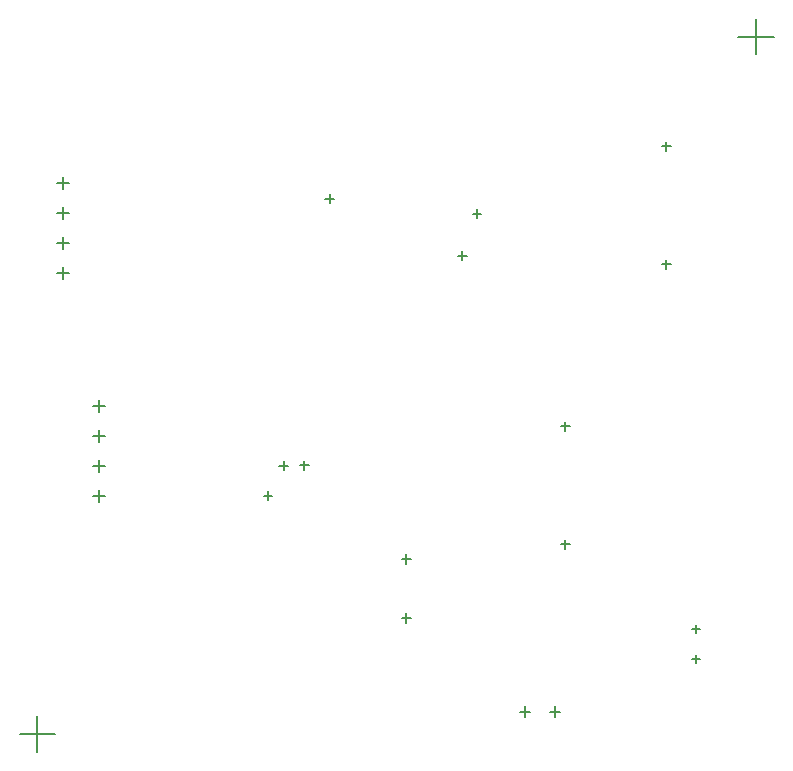
<source format=gbr>
G04*
G04 #@! TF.GenerationSoftware,Altium Limited,Altium Designer,22.4.2 (48)*
G04*
G04 Layer_Color=128*
%FSLAX25Y25*%
%MOIN*%
G70*
G04*
G04 #@! TF.SameCoordinates,897C8E4D-7720-40B5-A877-0FB78C4BABC8*
G04*
G04*
G04 #@! TF.FilePolarity,Positive*
G04*
G01*
G75*
%ADD11C,0.00500*%
D11*
X437425Y343343D02*
X440575D01*
X439000Y341768D02*
Y344917D01*
X437425Y323657D02*
X440575D01*
X439000Y322083D02*
Y325232D01*
X549594Y517500D02*
X561406D01*
X555500Y511594D02*
Y523406D01*
X310094Y285000D02*
X321905D01*
X316000Y279095D02*
Y290905D01*
X490524Y387685D02*
X493476D01*
X492000Y386209D02*
Y389161D01*
X490524Y348315D02*
X493476D01*
X492000Y346839D02*
Y349791D01*
X524150Y480965D02*
X527102D01*
X525626Y479488D02*
Y482441D01*
X524150Y441595D02*
X527102D01*
X525626Y440118D02*
Y443071D01*
X534122Y320000D02*
X536878D01*
X535500Y318622D02*
Y321378D01*
X534122Y310158D02*
X536878D01*
X535500Y308780D02*
Y311536D01*
X486728Y292500D02*
X490272D01*
X488500Y290728D02*
Y294272D01*
X476728Y292500D02*
X480272D01*
X478500Y290728D02*
Y294272D01*
X334492Y364500D02*
X338508D01*
X336500Y362492D02*
Y366508D01*
X334492Y374500D02*
X338508D01*
X336500Y372492D02*
Y376508D01*
X334492Y384500D02*
X338508D01*
X336500Y382492D02*
Y386508D01*
X334492Y394500D02*
X338508D01*
X336500Y392492D02*
Y396508D01*
X322618Y438780D02*
X326634D01*
X324626Y436772D02*
Y440788D01*
X322618Y448780D02*
X326634D01*
X324626Y446772D02*
Y450787D01*
X322618Y458780D02*
X326634D01*
X324626Y456772D02*
Y460787D01*
X322618Y468780D02*
X326634D01*
X324626Y466772D02*
Y470787D01*
X412000Y463500D02*
X414800D01*
X413400Y462100D02*
Y464900D01*
X456300Y444500D02*
X459100D01*
X457700Y443100D02*
Y445900D01*
X461200Y458500D02*
X464000D01*
X462600Y457100D02*
Y459900D01*
X403600Y374600D02*
X406400D01*
X405000Y373200D02*
Y376000D01*
X391500Y364500D02*
X394300D01*
X392900Y363100D02*
Y365900D01*
X396700Y374500D02*
X399500D01*
X398100Y373100D02*
Y375900D01*
M02*

</source>
